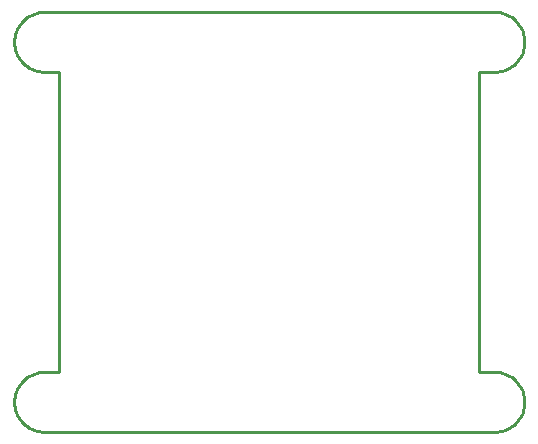
<source format=gbr>
G04 EAGLE Gerber RS-274X export*
G75*
%MOMM*%
%FSLAX34Y34*%
%LPD*%
%IN*%
%IPPOS*%
%AMOC8*
5,1,8,0,0,1.08239X$1,22.5*%
G01*
%ADD10C,0.254000*%


D10*
X-215900Y-152400D02*
X-215803Y-154614D01*
X-215514Y-156811D01*
X-215035Y-158974D01*
X-214368Y-161087D01*
X-213520Y-163135D01*
X-212497Y-165100D01*
X-211306Y-166969D01*
X-209958Y-168727D01*
X-208461Y-170361D01*
X-206827Y-171858D01*
X-205069Y-173206D01*
X-203200Y-174397D01*
X-201235Y-175420D01*
X-199187Y-176268D01*
X-197074Y-176935D01*
X-194911Y-177414D01*
X-192714Y-177703D01*
X-190500Y-177800D01*
X190500Y-177800D01*
X192714Y-177703D01*
X194911Y-177414D01*
X197074Y-176935D01*
X199187Y-176268D01*
X201235Y-175420D01*
X203200Y-174397D01*
X205069Y-173206D01*
X206827Y-171858D01*
X208461Y-170361D01*
X209958Y-168727D01*
X211306Y-166969D01*
X212497Y-165100D01*
X213520Y-163135D01*
X214368Y-161087D01*
X215035Y-158974D01*
X215514Y-156811D01*
X215803Y-154614D01*
X215900Y-152400D01*
X215803Y-150186D01*
X215514Y-147989D01*
X215035Y-145826D01*
X214368Y-143713D01*
X213520Y-141666D01*
X212497Y-139700D01*
X211306Y-137831D01*
X209958Y-136073D01*
X208461Y-134440D01*
X206827Y-132942D01*
X205069Y-131594D01*
X203200Y-130403D01*
X201235Y-129380D01*
X199187Y-128532D01*
X197074Y-127865D01*
X194911Y-127386D01*
X192714Y-127097D01*
X190500Y-127000D01*
X177800Y-127000D01*
X177800Y127000D01*
X190500Y127000D01*
X192714Y127097D01*
X194911Y127386D01*
X197074Y127865D01*
X199187Y128532D01*
X201235Y129380D01*
X203200Y130403D01*
X205069Y131594D01*
X206827Y132942D01*
X208461Y134440D01*
X209958Y136073D01*
X211306Y137831D01*
X212497Y139700D01*
X213520Y141666D01*
X214368Y143713D01*
X215035Y145826D01*
X215514Y147989D01*
X215803Y150186D01*
X215900Y152400D01*
X215803Y154614D01*
X215514Y156811D01*
X215035Y158974D01*
X214368Y161087D01*
X213520Y163135D01*
X212497Y165100D01*
X211306Y166969D01*
X209958Y168727D01*
X208461Y170361D01*
X206827Y171858D01*
X205069Y173206D01*
X203200Y174397D01*
X201235Y175420D01*
X199187Y176268D01*
X197074Y176935D01*
X194911Y177414D01*
X192714Y177703D01*
X190500Y177800D01*
X-190500Y177800D01*
X-192714Y177703D01*
X-194911Y177414D01*
X-197074Y176935D01*
X-199187Y176268D01*
X-201235Y175420D01*
X-203200Y174397D01*
X-205069Y173206D01*
X-206827Y171858D01*
X-208461Y170361D01*
X-209958Y168727D01*
X-211306Y166969D01*
X-212497Y165100D01*
X-213520Y163135D01*
X-214368Y161087D01*
X-215035Y158974D01*
X-215514Y156811D01*
X-215803Y154614D01*
X-215900Y152400D01*
X-215803Y150186D01*
X-215514Y147989D01*
X-215035Y145826D01*
X-214368Y143713D01*
X-213520Y141666D01*
X-212497Y139700D01*
X-211306Y137831D01*
X-209958Y136073D01*
X-208461Y134440D01*
X-206827Y132942D01*
X-205069Y131594D01*
X-203200Y130403D01*
X-201235Y129380D01*
X-199187Y128532D01*
X-197074Y127865D01*
X-194911Y127386D01*
X-192714Y127097D01*
X-190500Y127000D01*
X-177800Y127000D01*
X-177800Y-127000D01*
X-190500Y-127000D01*
X-192714Y-127097D01*
X-194911Y-127386D01*
X-197074Y-127865D01*
X-199187Y-128532D01*
X-201235Y-129380D01*
X-203200Y-130403D01*
X-205069Y-131594D01*
X-206827Y-132942D01*
X-208461Y-134440D01*
X-209958Y-136073D01*
X-211306Y-137831D01*
X-212497Y-139700D01*
X-213520Y-141666D01*
X-214368Y-143713D01*
X-215035Y-145826D01*
X-215514Y-147989D01*
X-215803Y-150186D01*
X-215900Y-152400D01*
M02*

</source>
